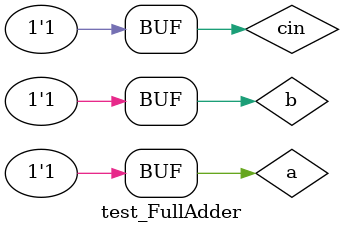
<source format=v>
`timescale 1ns / 1ps

module test_FullAdder();

    reg a,b,cin;
    wire s,cout;
    
    FullAdder FA1(a,b,cin,s,cout);
    
    initial begin
        a=0; b=0; cin=0;
        #10 a=0; b=0; cin=1;
        #10 a=0; b=1; cin=0;
        #10 a=0; b=1; cin=1;
        #10 a=1; b=0; cin=0;
        #10 a=1; b=0; cin=1;
        #10 a=1; b=1; cin=0;
        #10 a=1; b=1; cin=1;        
    end

endmodule

</source>
